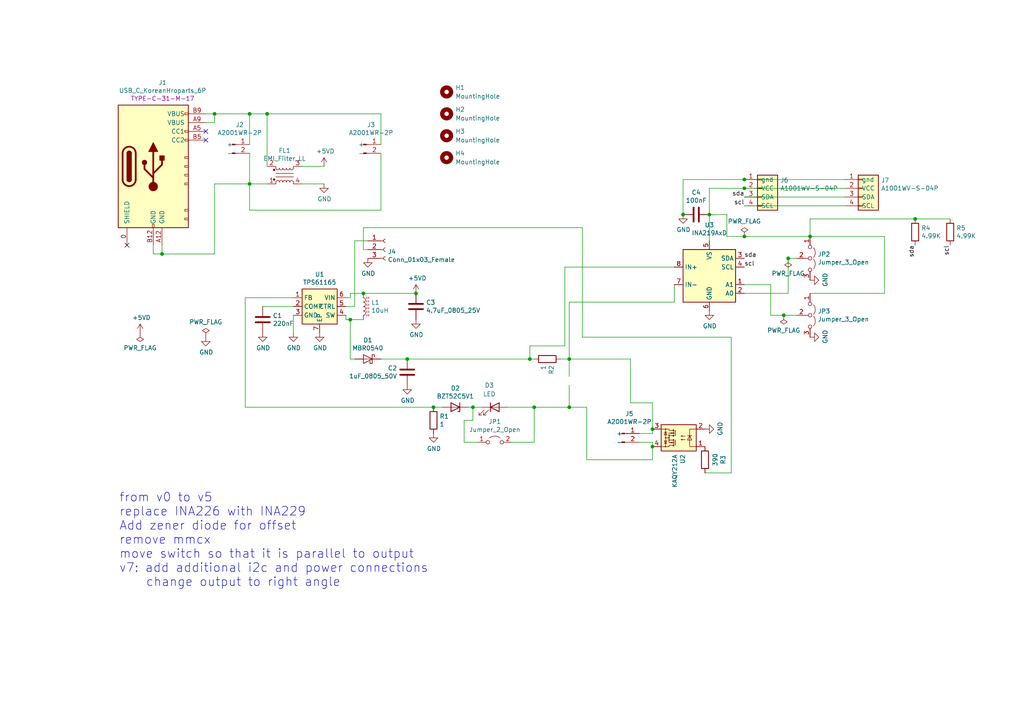
<source format=kicad_sch>
(kicad_sch (version 20211123) (generator eeschema)
  (paper "A4")
  (lib_symbols
    (symbol "0JLC-6:1" (pin_numbers hide) (pin_names (offset 0))
      (property "Reference" "R" (at 2.032 0 90))
      (property "Value" "1" (at 0 0 90))
      (symbol "1_0_1"
        (rectangle (start -1.016 -2.54) (end 1.016 2.54) (stroke (width 0.254)))
      )
      (symbol "1_1_1"
        (pin passive line (at 0 3.81 270) (length 1.27) (name "~") (number "1"))
        (pin passive line (at 0 -3.81 90) (length 1.27) (name "~") (number "2"))
      )
    )
    (symbol "0JLC-6:100nF" (pin_numbers hide) (pin_names (offset 0.254))
      (property "Reference" "C" (at 0.635 2.54 0))
      (property "Value" "100nF" (at 0.635 -2.54 0))
      (symbol "100nF_0_1"
        (polyline (pts (xy -2.032 -0.762) (xy 2.032 -0.762)) (stroke (width 0.508)))
        (polyline (pts (xy -2.032 0.762) (xy 2.032 0.762)) (stroke (width 0.508)))
      )
      (symbol "100nF_1_1"
        (pin passive line (at 0 3.81 270) (length 2.794) (name "~") (number "1"))
        (pin passive line (at 0 -3.81 90) (length 2.794) (name "~") (number "2"))
      )
    )
    (symbol "0JLC-6:10uH_power" (pin_numbers hide) (pin_names (offset 1.016) hide)
      (property "Reference" "L" (at -1.27 0 90))
      (property "Value" "10uH_power" (at 2.794 0 90))
      (symbol "10uH_power_0_1"
        (arc (start 0 -2.54) (mid 0.635 -1.905) (end 0 -1.27))
        (arc (start 0 -1.27) (mid 0.635 -0.635) (end 0 0))
        (polyline (pts (xy 1.016 -2.794) (xy 1.016 -2.286)))
        (polyline (pts (xy 1.016 -1.778) (xy 1.016 -1.27)))
        (polyline (pts (xy 1.016 -0.762) (xy 1.016 -0.254)))
        (polyline (pts (xy 1.016 0.254) (xy 1.016 0.762)))
        (polyline (pts (xy 1.016 1.27) (xy 1.016 1.778)))
        (polyline (pts (xy 1.016 2.286) (xy 1.016 2.794)))
        (polyline (pts (xy 1.524 -2.286) (xy 1.524 -2.794)))
        (polyline (pts (xy 1.524 -1.27) (xy 1.524 -1.778)))
        (polyline (pts (xy 1.524 -0.254) (xy 1.524 -0.762)))
        (polyline (pts (xy 1.524 0.762) (xy 1.524 0.254)))
        (polyline (pts (xy 1.524 1.778) (xy 1.524 1.27)))
        (polyline (pts (xy 1.524 2.794) (xy 1.524 2.286)))
        (arc (start 0 0) (mid 0.635 0.635) (end 0 1.27))
        (arc (start 0 1.27) (mid 0.635 1.905) (end 0 2.54))
      )
      (symbol "10uH_power_1_1"
        (pin passive line (at 0 3.81 270) (length 1.27) (name "1") (number "1"))
        (pin passive line (at 0 -3.81 90) (length 1.27) (name "2") (number "2"))
      )
    )
    (symbol "0JLC-6:1uF_0805_50V" (pin_numbers hide) (pin_names (offset 0.254))
      (property "Reference" "C" (at 0.635 2.54 0))
      (property "Value" "1uF_0805_50V" (at 0.635 -2.54 0))
      (symbol "1uF_0805_50V_0_1"
        (polyline (pts (xy -2.032 -0.762) (xy 2.032 -0.762)) (stroke (width 0.508)))
        (polyline (pts (xy -2.032 0.762) (xy 2.032 0.762)) (stroke (width 0.508)))
      )
      (symbol "1uF_0805_50V_1_1"
        (pin passive line (at 0 3.81 270) (length 2.794) (name "~") (number "1"))
        (pin passive line (at 0 -3.81 90) (length 2.794) (name "~") (number "2"))
      )
    )
    (symbol "0JLC-6:220nF" (pin_numbers hide) (pin_names (offset 0.254))
      (property "Reference" "C" (at 0.635 2.54 0))
      (property "Value" "220nF" (at 0.635 -2.54 0))
      (symbol "220nF_0_1"
        (polyline (pts (xy -2.032 -0.762) (xy 2.032 -0.762)) (stroke (width 0.508)))
        (polyline (pts (xy -2.032 0.762) (xy 2.032 0.762)) (stroke (width 0.508)))
      )
      (symbol "220nF_1_1"
        (pin passive line (at 0 3.81 270) (length 2.794) (name "~") (number "1"))
        (pin passive line (at 0 -3.81 90) (length 2.794) (name "~") (number "2"))
      )
    )
    (symbol "0JLC-6:390" (pin_numbers hide) (pin_names (offset 0))
      (property "Reference" "R" (at 2.032 0 90))
      (property "Value" "390" (at 0 0 90))
      (symbol "390_0_1"
        (rectangle (start -1.016 -2.54) (end 1.016 2.54) (stroke (width 0.254)))
      )
      (symbol "390_1_1"
        (pin passive line (at 0 3.81 270) (length 1.27) (name "~") (number "1"))
        (pin passive line (at 0 -3.81 90) (length 1.27) (name "~") (number "2"))
      )
    )
    (symbol "0JLC-6:4.7uF_0805_25V" (pin_numbers hide) (pin_names (offset 0.254))
      (property "Reference" "C" (at 0.635 2.54 0))
      (property "Value" "4.7uF_0805_25V" (at 0.635 -2.54 0))
      (symbol "4.7uF_0805_25V_0_1"
        (polyline (pts (xy -2.032 -0.762) (xy 2.032 -0.762)) (stroke (width 0.508)))
        (polyline (pts (xy -2.032 0.762) (xy 2.032 0.762)) (stroke (width 0.508)))
      )
      (symbol "4.7uF_0805_25V_1_1"
        (pin passive line (at 0 3.81 270) (length 2.794) (name "~") (number "1"))
        (pin passive line (at 0 -3.81 90) (length 2.794) (name "~") (number "2"))
      )
    )
    (symbol "0JLC-6:4.99K" (pin_numbers hide) (pin_names (offset 0))
      (property "Reference" "R" (at 2.032 0 90))
      (property "Value" "4.99K" (at 0 0 90))
      (symbol "4.99K_0_1"
        (rectangle (start -1.016 -2.54) (end 1.016 2.54) (stroke (width 0.254)))
      )
      (symbol "4.99K_1_1"
        (pin passive line (at 0 3.81 270) (length 1.27) (name "~") (number "1"))
        (pin passive line (at 0 -3.81 90) (length 1.27) (name "~") (number "2"))
      )
    )
    (symbol "0JLC-6:JST-B2B-PH" (pin_names (offset 1.016))
      (property "Reference" "J" (at 0 2.54 0))
      (property "Value" "JST-B2B-PH" (at 0 -5.08 0))
      (symbol "JST-B2B-PH_1_1"
        (polyline (pts (xy 1.27 -2.54) (xy 0.8636 -2.54)) (stroke (width 0.1524)))
        (polyline (pts (xy 1.27 0) (xy 0.8636 0)) (stroke (width 0.1524)))
        (rectangle (start 0.8636 -2.413) (end 0 -2.667) (stroke (width 0.1524)) (fill (type outline)))
        (rectangle (start 0.8636 0.127) (end 0 -0.127) (stroke (width 0.1524)) (fill (type outline)))
        (pin passive line (at 5.08 0 180) (length 3.81) (name "+") (number "1"))
        (pin passive line (at 5.08 -2.54 180) (length 3.81) (name "-") (number "2"))
      )
    )
    (symbol "0JLC-6:KAQY212A"
      (property "Reference" "U" (at -5.08 5.08 0))
      (property "Value" "KAQY212A" (at 0 5.08 0))
      (symbol "KAQY212A_0_1"
        (rectangle (start -5.08 3.81) (end 5.08 -3.81) (stroke (width 0.254)) (fill (type background)))
        (polyline (pts (xy -3.81 -0.635) (xy -2.54 -0.635)))
        (polyline (pts (xy 1.016 -0.635) (xy 1.016 -2.159)) (stroke (width 0.2032)))
        (polyline (pts (xy 1.016 2.159) (xy 1.016 0.635)) (stroke (width 0.2032)))
        (polyline (pts (xy 1.524 -0.508) (xy 1.524 -0.762)) (stroke (width 0.3556)))
        (polyline (pts (xy 2.794 0) (xy 3.81 0)))
        (polyline (pts (xy 3.429 -1.651) (xy 4.191 -1.651)))
        (polyline (pts (xy 3.429 1.651) (xy 4.191 1.651)))
        (polyline (pts (xy 3.81 -2.54) (xy 3.81 2.54)))
        (polyline (pts (xy 1.524 -2.032) (xy 1.524 -2.286) (xy 1.524 -2.286)) (stroke (width 0.3556)))
        (polyline (pts (xy 1.524 -1.27) (xy 1.524 -1.524) (xy 1.524 -1.524)) (stroke (width 0.3556)))
        (polyline (pts (xy 1.524 0.762) (xy 1.524 0.508) (xy 1.524 0.508)) (stroke (width 0.3556)))
        (polyline (pts (xy 1.524 1.524) (xy 1.524 1.27) (xy 1.524 1.27)) (stroke (width 0.3556)))
        (polyline (pts (xy 1.524 2.286) (xy 1.524 2.032) (xy 1.524 2.032)) (stroke (width 0.3556)))
        (polyline (pts (xy 1.651 -1.397) (xy 2.794 -1.397) (xy 2.794 -0.635)))
        (polyline (pts (xy 1.651 1.397) (xy 2.794 1.397) (xy 2.794 0.635)))
        (polyline (pts (xy -5.08 2.54) (xy -3.175 2.54) (xy -3.175 -2.54) (xy -5.08 -2.54)))
        (polyline (pts (xy -3.175 -0.635) (xy -3.81 0.635) (xy -2.54 0.635) (xy -3.175 -0.635)))
        (polyline (pts (xy 1.651 -2.159) (xy 2.794 -2.159) (xy 2.794 -2.54) (xy 5.08 -2.54)))
        (polyline (pts (xy 1.651 -0.635) (xy 2.794 -0.635) (xy 2.794 0.635) (xy 1.651 0.635)))
        (polyline (pts (xy 1.651 2.159) (xy 2.794 2.159) (xy 2.794 2.54) (xy 5.08 2.54)))
        (polyline (pts (xy 1.778 -1.397) (xy 2.286 -1.27) (xy 2.286 -1.524) (xy 1.778 -1.397)))
        (polyline (pts (xy 1.778 1.397) (xy 2.286 1.524) (xy 2.286 1.27) (xy 1.778 1.397)))
        (polyline (pts (xy 3.81 -1.651) (xy 3.429 -0.889) (xy 4.191 -0.889) (xy 3.81 -1.651)))
        (polyline (pts (xy 3.81 1.651) (xy 3.429 0.889) (xy 4.191 0.889) (xy 3.81 1.651)))
        (polyline (pts (xy -1.905 -0.508) (xy -0.635 -0.508) (xy -1.016 -0.635) (xy -1.016 -0.381) (xy -0.635 -0.508)))
        (polyline (pts (xy -1.905 0.508) (xy -0.635 0.508) (xy -1.016 0.381) (xy -1.016 0.635) (xy -0.635 0.508)))
        (circle (center 2.794 -0.635) (radius 0.127))
        (circle (center 2.794 0) (radius 0.127))
        (circle (center 2.794 0.635) (radius 0.127))
        (circle (center 3.81 -2.54) (radius 0.127))
        (circle (center 3.81 0) (radius 0.127))
        (circle (center 3.81 2.54) (radius 0.127))
      )
      (symbol "KAQY212A_1_1"
        (pin passive line (at -7.62 2.54 0) (length 2.54) (name "~") (number "1"))
        (pin passive line (at -7.62 -2.54 0) (length 2.54) (name "~") (number "2"))
        (pin passive line (at 7.62 -2.54 180) (length 2.54) (name "~") (number "3"))
        (pin passive line (at 7.62 2.54 180) (length 2.54) (name "~") (number "4"))
      )
    )
    (symbol "0JLC-6:MBR0540" (pin_numbers hide) (pin_names (offset 1.016) hide)
      (property "Reference" "D" (at 0 2.54 0))
      (property "Value" "MBR0540" (at 0 -2.54 0))
      (symbol "MBR0540_0_1"
        (polyline (pts (xy 1.27 0) (xy -1.27 0)))
        (polyline (pts (xy 1.27 1.27) (xy 1.27 -1.27) (xy -1.27 0) (xy 1.27 1.27)) (stroke (width 0.2032)))
        (polyline (pts (xy -1.905 0.635) (xy -1.905 1.27) (xy -1.27 1.27) (xy -1.27 -1.27) (xy -0.635 -1.27) (xy -0.635 -0.635)) (stroke (width 0.2032)))
      )
      (symbol "MBR0540_1_1"
        (pin passive line (at -3.81 0 0) (length 2.54) (name "K") (number "1"))
        (pin passive line (at 3.81 0 180) (length 2.54) (name "A") (number "2"))
      )
    )
    (symbol "0JLC-6:TPS61165_WSON"
      (property "Reference" "U" (at -5.08 6.35 0))
      (property "Value" "TPS61165_WSON" (at 0 6.35 0))
      (symbol "TPS61165_WSON_0_1"
        (rectangle (start -5.08 5.08) (end 5.08 -5.08) (stroke (width 0.254)) (fill (type background)))
      )
      (symbol "TPS61165_WSON_1_1"
        (pin bidirectional line (at -7.62 2.54 0) (length 2.54) (name "FB") (number "1"))
        (pin passive line (at -7.62 0 0) (length 2.54) (name "COMP") (number "2"))
        (pin power_in line (at -7.62 -2.54 0) (length 2.54) (name "GND") (number "3"))
        (pin bidirectional line (at 7.62 -2.54 180) (length 2.54) (name "SW") (number "4"))
        (pin input line (at 7.62 0 180) (length 2.54) (name "CTRL") (number "5"))
        (pin input line (at 7.62 2.54 180) (length 2.54) (name "VIN") (number "6"))
        (pin power_in line (at 0 -7.62 90) (length 2.54) (name "EP") (number "7"))
      )
    )
    (symbol "0JLC-6:USB_C_KoreanHroparts_6P" (pin_names (offset 1.016))
      (property "Reference" "J" (at -10.16 19.05 0))
      (property "Value" "USB_C_KoreanHroparts_6P" (at 19.05 19.05 0))
      (property "MPN" "TYPE-C-31-M-17" (at 0 0 0))
      (symbol "USB_C_KoreanHroparts_6P_0_0"
        (rectangle (start -0.254 -17.78) (end 0.254 -16.764))
        (rectangle (start 10.16 -14.986) (end 9.144 -15.494))
        (rectangle (start 10.16 -12.446) (end 9.144 -12.954))
        (rectangle (start 10.16 -4.826) (end 9.144 -5.334))
        (rectangle (start 10.16 -2.286) (end 9.144 -2.794))
        (rectangle (start 10.16 0.254) (end 9.144 -0.254))
        (rectangle (start 10.16 2.794) (end 9.144 2.286))
        (rectangle (start 10.16 7.874) (end 9.144 7.366))
        (rectangle (start 10.16 10.414) (end 9.144 9.906))
        (rectangle (start 10.16 15.494) (end 9.144 14.986))
      )
      (symbol "USB_C_KoreanHroparts_6P_0_1"
        (rectangle (start -10.16 17.78) (end 10.16 -17.78) (stroke (width 0.254)) (fill (type background)))
        (arc (start -8.89 -3.81) (mid -6.985 -5.715) (end -5.08 -3.81) (stroke (width 0.508)))
        (arc (start -7.62 -3.81) (mid -6.985 -4.445) (end -6.35 -3.81) (stroke (width 0.254)))
        (arc (start -7.62 -3.81) (mid -6.985 -4.445) (end -6.35 -3.81) (stroke (width 0.254)) (fill (type outline)))
        (rectangle (start -7.62 -3.81) (end -6.35 3.81) (stroke (width 0.254)) (fill (type outline)))
        (arc (start -6.35 3.81) (mid -6.985 4.445) (end -7.62 3.81) (stroke (width 0.254)))
        (arc (start -6.35 3.81) (mid -6.985 4.445) (end -7.62 3.81) (stroke (width 0.254)) (fill (type outline)))
        (arc (start -5.08 3.81) (mid -6.985 5.715) (end -8.89 3.81) (stroke (width 0.508)))
        (circle (center -2.54 1.143) (radius 0.635) (stroke (width 0.254)) (fill (type outline)))
        (circle (center 0 -5.842) (radius 1.27) (fill (type outline)))
        (polyline (pts (xy -8.89 -3.81) (xy -8.89 3.81)) (stroke (width 0.508)))
        (polyline (pts (xy -5.08 3.81) (xy -5.08 -3.81)) (stroke (width 0.508)))
        (polyline (pts (xy 0 -5.842) (xy 0 4.318)) (stroke (width 0.508)))
        (polyline (pts (xy 0 -3.302) (xy -2.54 -0.762) (xy -2.54 0.508)) (stroke (width 0.508)))
        (polyline (pts (xy 0 -2.032) (xy 2.54 0.508) (xy 2.54 1.778)) (stroke (width 0.508)))
        (polyline (pts (xy -1.27 4.318) (xy 0 6.858) (xy 1.27 4.318) (xy -1.27 4.318)) (stroke (width 0.254)) (fill (type outline)))
        (rectangle (start 1.905 1.778) (end 3.175 3.048) (stroke (width 0.254)) (fill (type outline)))
      )
      (symbol "USB_C_KoreanHroparts_6P_1_1"
        (pin passive line (at -7.62 -22.86 90) (length 5.08) (name "SHIELD") (number "0"))
        (pin passive line (at 2.54 -22.86 90) (length 5.08) (name "GND") (number "A12"))
        (pin bidirectional line (at 15.24 10.16 180) (length 5.08) (name "CC1") (number "A5"))
        (pin power_out line (at 15.24 12.7 180) (length 5.08) (name "VBUS") (number "A9"))
        (pin passive line (at 0 -22.86 90) (length 5.08) (name "GND") (number "B12"))
        (pin bidirectional line (at 15.24 7.62 180) (length 5.08) (name "CC2") (number "B5"))
        (pin power_out line (at 15.24 15.24 180) (length 5.08) (name "VBUS") (number "B9"))
      )
    )
    (symbol "Analog_ADC:INA219AxD"
      (property "Reference" "U" (at -6.35 8.89 0))
      (property "Value" "INA219AxD" (at 5.08 8.89 0))
      (symbol "INA219AxD_0_1"
        (rectangle (start -7.62 7.62) (end 7.62 -7.62) (stroke (width 0.254)) (fill (type background)))
      )
      (symbol "INA219AxD_1_1"
        (pin input line (at 10.16 -2.54 180) (length 2.54) (name "A1") (number "1"))
        (pin input line (at 10.16 -5.08 180) (length 2.54) (name "A0") (number "2"))
        (pin bidirectional line (at 10.16 5.08 180) (length 2.54) (name "SDA") (number "3"))
        (pin input line (at 10.16 2.54 180) (length 2.54) (name "SCL") (number "4"))
        (pin power_in line (at 0 10.16 270) (length 2.54) (name "VS") (number "5"))
        (pin power_in line (at 0 -10.16 90) (length 2.54) (name "GND") (number "6"))
        (pin input line (at -10.16 -2.54 0) (length 2.54) (name "IN-") (number "7"))
        (pin input line (at -10.16 2.54 0) (length 2.54) (name "IN+") (number "8"))
      )
    )
    (symbol "Connector:Conn_01x03_Female" (pin_names (offset 1.016) hide)
      (property "Reference" "J" (at 0 5.08 0))
      (property "Value" "Conn_01x03_Female" (at 0 -5.08 0))
      (symbol "Conn_01x03_Female_1_1"
        (arc (start 0 -2.032) (mid -0.508 -2.54) (end 0 -3.048) (stroke (width 0.1524)))
        (polyline (pts (xy -1.27 -2.54) (xy -0.508 -2.54)) (stroke (width 0.1524)))
        (polyline (pts (xy -1.27 0) (xy -0.508 0)) (stroke (width 0.1524)))
        (polyline (pts (xy -1.27 2.54) (xy -0.508 2.54)) (stroke (width 0.1524)))
        (arc (start 0 0.508) (mid -0.508 0) (end 0 -0.508) (stroke (width 0.1524)))
        (arc (start 0 3.048) (mid -0.508 2.54) (end 0 2.032) (stroke (width 0.1524)))
        (pin passive line (at -5.08 2.54 0) (length 3.81) (name "Pin_1") (number "1"))
        (pin passive line (at -5.08 0 0) (length 3.81) (name "Pin_2") (number "2"))
        (pin passive line (at -5.08 -2.54 0) (length 3.81) (name "Pin_3") (number "3"))
      )
    )
    (symbol "Device:LED" (pin_numbers hide) (pin_names (offset 1.016) hide)
      (property "Reference" "D" (at 0 2.54 0))
      (property "Value" "LED" (at 0 -2.54 0))
      (symbol "LED_0_1"
        (polyline (pts (xy -1.27 -1.27) (xy -1.27 1.27)) (stroke (width 0.254)))
        (polyline (pts (xy -1.27 0) (xy 1.27 0)))
        (polyline (pts (xy 1.27 -1.27) (xy 1.27 1.27) (xy -1.27 0) (xy 1.27 -1.27)) (stroke (width 0.254)))
        (polyline (pts (xy -3.048 -0.762) (xy -4.572 -2.286) (xy -3.81 -2.286) (xy -4.572 -2.286) (xy -4.572 -1.524)))
        (polyline (pts (xy -1.778 -0.762) (xy -3.302 -2.286) (xy -2.54 -2.286) (xy -3.302 -2.286) (xy -3.302 -1.524)))
      )
      (symbol "LED_1_1"
        (pin passive line (at -3.81 0 0) (length 2.54) (name "K") (number "1"))
        (pin passive line (at 3.81 0 180) (length 2.54) (name "A") (number "2"))
      )
    )
    (symbol "Diode:BZT52Bxx" (pin_numbers hide) (pin_names hide)
      (property "Reference" "D" (at 0 2.54 0))
      (property "Value" "BZT52Bxx" (at 0 -2.54 0))
      (symbol "BZT52Bxx_0_1"
        (polyline (pts (xy 1.27 0) (xy -1.27 0)))
        (polyline (pts (xy -1.27 -1.27) (xy -1.27 1.27) (xy -0.762 1.27)) (stroke (width 0.254)))
        (polyline (pts (xy 1.27 -1.27) (xy 1.27 1.27) (xy -1.27 0) (xy 1.27 -1.27)) (stroke (width 0.254)))
      )
      (symbol "BZT52Bxx_1_1"
        (pin passive line (at -3.81 0 0) (length 2.54) (name "K") (number "1"))
        (pin passive line (at 3.81 0 180) (length 2.54) (name "A") (number "2"))
      )
    )
    (symbol "Jumper:Jumper_2_Open" (pin_names (offset 0) hide)
      (property "Reference" "JP" (at 0 2.794 0))
      (property "Value" "Jumper_2_Open" (at 0 -2.286 0))
      (symbol "Jumper_2_Open_0_0"
        (circle (center -2.032 0) (radius 0.508))
        (circle (center 2.032 0) (radius 0.508))
      )
      (symbol "Jumper_2_Open_0_1"
        (arc (start 1.524 1.27) (mid 0 1.778) (end -1.524 1.27))
      )
      (symbol "Jumper_2_Open_1_1"
        (pin passive line (at -5.08 0 0) (length 2.54) (name "A") (number "1"))
        (pin passive line (at 5.08 0 180) (length 2.54) (name "B") (number "2"))
      )
    )
    (symbol "Mechanical:MountingHole" (pin_names (offset 1.016))
      (property "Reference" "H" (at 0 5.08 0))
      (property "Value" "MountingHole" (at 0 3.175 0))
      (symbol "MountingHole_0_1"
        (circle (center 0 0) (radius 1.27) (stroke (width 1.27)))
      )
    )
    (symbol "TPS61165-heater-v6-rescue:EMI_Filter_LL_1423-Device" (pin_names hide)
      (property "Reference" "FL" (at 0 4.445 0))
      (property "Value" "EMI_Filter_LL_1423-Device" (at 0 -4.445 0))
      (symbol "EMI_Filter_LL_1423-Device_0_1"
        (circle (center -3.048 -1.27) (radius 0.254) (fill (type outline)))
        (circle (center -3.048 1.524) (radius 0.254) (fill (type outline)))
        (arc (start -2.54 2.032) (mid -2.032 1.524) (end -1.524 2.032))
        (arc (start -1.524 -2.032) (mid -2.032 -1.524) (end -2.54 -2.032))
        (arc (start -1.524 2.032) (mid -1.016 1.524) (end -0.508 2.032))
        (arc (start -0.508 -2.032) (mid -1.016 -1.524) (end -1.524 -2.032))
        (arc (start -0.508 2.032) (mid 0 1.524) (end 0.508 2.032))
        (polyline (pts (xy -2.54 -2.032) (xy -2.54 -2.54)))
        (polyline (pts (xy -2.54 0.508) (xy 2.54 0.508)))
        (polyline (pts (xy -2.54 2.032) (xy -2.54 2.54)))
        (polyline (pts (xy 2.54 -2.032) (xy 2.54 -2.54)))
        (polyline (pts (xy 2.54 -0.508) (xy -2.54 -0.508)))
        (polyline (pts (xy 2.54 2.54) (xy 2.54 2.032)))
        (arc (start 0.508 -2.032) (mid 0 -1.524) (end -0.508 -2.032))
        (arc (start 0.508 2.032) (mid 1.016 1.524) (end 1.524 2.032))
        (arc (start 1.524 -2.032) (mid 1.016 -1.524) (end 0.508 -2.032))
        (arc (start 1.524 2.032) (mid 2.032 1.524) (end 2.54 2.032))
        (arc (start 2.54 -2.032) (mid 2.032 -1.524) (end 1.524 -2.032))
      )
      (symbol "EMI_Filter_LL_1423-Device_1_1"
        (pin passive line (at -5.08 -2.54 0) (length 2.54) (name "1") (number "1"))
        (pin passive line (at -5.08 2.54 0) (length 2.54) (name "2") (number "2"))
        (pin passive line (at 5.08 2.54 180) (length 2.54) (name "3") (number "3"))
        (pin passive line (at 5.08 -2.54 180) (length 2.54) (name "4") (number "4"))
      )
    )
    (symbol "TPS61165-heater-v6-rescue:JST_SH_Conn_01x04_i2c-0my_intf" (pin_names (offset 1.016))
      (property "Reference" "J" (at 0 5.08 0))
      (property "Value" "JST_SH_Conn_01x04_i2c-0my_intf" (at 0 -7.62 0))
      (property "LCSC" "C160390" (at 0 0 0))
      (property "MPN" "BM04B-SRSS-TB(LF)(SN)" (at 0 0 0))
      (symbol "JST_SH_Conn_01x04_i2c-0my_intf_1_1"
        (rectangle (start -1.27 -4.953) (end 0 -5.207) (stroke (width 0.1524)))
        (rectangle (start -1.27 -2.413) (end 0 -2.667) (stroke (width 0.1524)))
        (rectangle (start -1.27 0.127) (end 0 -0.127) (stroke (width 0.1524)))
        (rectangle (start -1.27 2.667) (end 0 2.413) (stroke (width 0.1524)))
        (rectangle (start -1.27 3.81) (end 4.572 -6.35) (stroke (width 0.254)) (fill (type background)))
        (pin passive line (at -5.08 2.54 0) (length 3.81) (name "gnd") (number "1"))
        (pin passive line (at -5.08 0 0) (length 3.81) (name "VCC") (number "2"))
        (pin passive line (at -5.08 -2.54 0) (length 3.81) (name "SDA") (number "3"))
        (pin passive line (at -5.08 -5.08 0) (length 3.81) (name "SCL") (number "4"))
      )
    )
    (symbol "TPS61165-heater-v6-rescue:Jumper_3_Open-Jumper" (pin_names (offset 0) hide)
      (property "Reference" "JP" (at -2.54 -2.54 0))
      (property "Value" "Jumper_3_Open-Jumper" (at 0 2.794 0))
      (symbol "Jumper_3_Open-Jumper_0_0"
        (circle (center -3.302 0) (radius 0.508))
        (circle (center 0 0) (radius 0.508))
        (circle (center 3.302 0) (radius 0.508))
      )
      (symbol "Jumper_3_Open-Jumper_0_1"
        (arc (start -0.254 1.016) (mid -1.651 1.4992) (end -3.048 1.016))
        (polyline (pts (xy 0 -0.508) (xy 0 -1.27)))
        (arc (start 3.048 1.016) (mid 1.651 1.4992) (end 0.254 1.016))
      )
      (symbol "Jumper_3_Open-Jumper_1_1"
        (pin passive line (at -6.35 0 0) (length 2.54) (name "A") (number "1"))
        (pin input line (at 0 -3.81 90) (length 2.54) (name "C") (number "2"))
        (pin passive line (at 6.35 0 180) (length 2.54) (name "B") (number "3"))
      )
    )
    (symbol "power:+5VD" (power) (pin_names (offset 0))
      (property "Value" "+5VD" (at 0 3.556 0))
      (symbol "+5VD_0_1"
        (polyline (pts (xy -0.762 1.27) (xy 0 2.54)))
        (polyline (pts (xy 0 0) (xy 0 2.54)))
        (polyline (pts (xy 0 2.54) (xy 0.762 1.27)))
      )
      (symbol "+5VD_1_1"
        (pin power_in line (at 0 0 90) (length 0) hide (name "+5VD") (number "1"))
      )
    )
    (symbol "power:GND" (power) (pin_names (offset 0))
      (property "Value" "GND" (at 0 -3.81 0))
      (symbol "GND_0_1"
        (polyline (pts (xy 0 0) (xy 0 -1.27) (xy 1.27 -1.27) (xy 0 -2.54) (xy -1.27 -1.27) (xy 0 -1.27)))
      )
      (symbol "GND_1_1"
        (pin power_in line (at 0 0 270) (length 0) hide (name "GND") (number "1"))
      )
    )
    (symbol "power:PWR_FLAG" (power) (pin_numbers hide) (pin_names (offset 0) hide)
      (property "Value" "PWR_FLAG" (at 0 3.81 0))
      (symbol "PWR_FLAG_0_0"
        (pin power_out line (at 0 0 90) (length 0) (name "pwr") (number "1"))
      )
      (symbol "PWR_FLAG_0_1"
        (polyline (pts (xy 0 0) (xy 0 1.27) (xy -1.016 1.905) (xy 0 2.54) (xy 1.016 1.905) (xy 0 1.27)))
      )
    )
  )
  (junction (at 72.39 33.02))
  (junction (at 215.9 68.58))
  (junction (at 165.1 118.11))
  (junction (at 137.16 118.11))
  (junction (at 165.1 104.14))
  (junction (at 234.95 68.58))
  (junction (at 154.94 118.11))
  (junction (at 105.41 85.09))
  (junction (at 72.39 53.34))
  (junction (at 189.23 129.54))
  (junction (at 228.6 74.93))
  (junction (at 215.9 54.61))
  (junction (at 227.33 91.44))
  (junction (at 101.6 92.71))
  (junction (at 77.47 33.02))
  (junction (at 62.23 33.02))
  (junction (at 205.74 62.23))
  (junction (at 120.65 85.09))
  (junction (at 198.12 62.23))
  (junction (at 189.23 124.46))
  (junction (at 46.99 73.66))
  (junction (at 215.9 52.07))
  (junction (at 118.11 104.14))
  (junction (at 125.73 118.11))
  (junction (at 153.67 104.14))
  (junction (at 265.43 63.5))
  (no_connect (at 59.69 38.1))
  (no_connect (at 36.83 71.12))
  (no_connect (at 59.69 40.64))
  (wire (pts (xy 223.52 91.44) (xy 223.52 82.55)))
  (wire (pts (xy 125.73 118.11) (xy 128.27 118.11)))
  (wire (pts (xy 170.18 118.11) (xy 165.1 118.11)))
  (wire (pts (xy 182.88 116.84) (xy 182.88 104.14)))
  (wire (pts (xy 105.41 72.39) (xy 105.41 66.04)))
  (wire (pts (xy 162.56 104.14) (xy 165.1 104.14)))
  (wire (pts (xy 223.52 82.55) (xy 215.9 82.55)))
  (wire (pts (xy 165.1 111.76) (xy 165.1 118.11)))
  (wire (pts (xy 72.39 33.02) (xy 77.47 33.02)))
  (wire (pts (xy 100.33 91.44) (xy 100.33 92.71)))
  (wire (pts (xy 72.39 60.96) (xy 72.39 53.34)))
  (wire (pts (xy 110.49 44.45) (xy 110.49 60.96)))
  (wire (pts (xy 102.87 69.85) (xy 102.87 88.9)))
  (wire (pts (xy 101.6 86.36) (xy 101.6 85.09)))
  (wire (pts (xy 85.09 86.36) (xy 71.12 86.36)))
  (wire (pts (xy 215.9 54.61) (xy 245.11 54.61)))
  (wire (pts (xy 87.63 48.26) (xy 93.98 48.26)))
  (wire (pts (xy 215.9 59.69) (xy 245.11 59.69)))
  (wire (pts (xy 118.11 104.14) (xy 153.67 104.14)))
  (wire (pts (xy 77.47 33.02) (xy 77.47 48.26)))
  (wire (pts (xy 165.1 87.63) (xy 195.58 87.63)))
  (wire (pts (xy 154.94 128.27) (xy 154.94 118.11)))
  (wire (pts (xy 148.59 128.27) (xy 154.94 128.27)))
  (wire (pts (xy 100.33 86.36) (xy 101.6 86.36)))
  (wire (pts (xy 46.99 73.66) (xy 62.23 73.66)))
  (wire (pts (xy 165.1 109.22) (xy 165.1 104.14)))
  (wire (pts (xy 137.16 121.92) (xy 137.16 118.11)))
  (wire (pts (xy 135.89 118.11) (xy 137.16 118.11)))
  (wire (pts (xy 118.11 104.14) (xy 110.49 104.14)))
  (wire (pts (xy 62.23 33.02) (xy 72.39 33.02)))
  (wire (pts (xy 105.41 66.04) (xy 168.91 66.04)))
  (wire (pts (xy 168.91 97.79) (xy 168.91 66.04)))
  (wire (pts (xy 110.49 60.96) (xy 72.39 60.96)))
  (wire (pts (xy 110.49 33.02) (xy 77.47 33.02)))
  (wire (pts (xy 215.9 68.58) (xy 210.82 68.58)))
  (wire (pts (xy 62.23 35.56) (xy 62.23 33.02)))
  (wire (pts (xy 212.09 137.16) (xy 212.09 97.79)))
  (wire (pts (xy 198.12 52.07) (xy 215.9 52.07)))
  (wire (pts (xy 185.42 128.27) (xy 189.23 128.27)))
  (wire (pts (xy 215.9 52.07) (xy 245.11 52.07)))
  (wire (pts (xy 228.6 74.93) (xy 231.14 74.93)))
  (wire (pts (xy 215.9 54.61) (xy 205.74 54.61)))
  (wire (pts (xy 153.67 104.14) (xy 154.94 104.14)))
  (wire (pts (xy 189.23 128.27) (xy 189.23 129.54)))
  (wire (pts (xy 102.87 69.85) (xy 106.68 69.85)))
  (wire (pts (xy 154.94 118.11) (xy 165.1 118.11)))
  (wire (pts (xy 153.67 100.33) (xy 163.83 100.33)))
  (wire (pts (xy 228.6 85.09) (xy 215.9 85.09)))
  (wire (pts (xy 198.12 52.07) (xy 198.12 62.23)))
  (wire (pts (xy 71.12 118.11) (xy 125.73 118.11)))
  (wire (pts (xy 205.74 54.61) (xy 205.74 62.23)))
  (wire (pts (xy 87.63 53.34) (xy 93.98 53.34)))
  (wire (pts (xy 189.23 129.54) (xy 189.23 133.35)))
  (wire (pts (xy 138.43 128.27) (xy 134.62 128.27)))
  (wire (pts (xy 165.1 104.14) (xy 165.1 87.63)))
  (wire (pts (xy 234.95 68.58) (xy 215.9 68.58)))
  (wire (pts (xy 106.68 72.39) (xy 105.41 72.39)))
  (wire (pts (xy 44.45 73.66) (xy 46.99 73.66)))
  (wire (pts (xy 227.33 91.44) (xy 223.52 91.44)))
  (wire (pts (xy 170.18 133.35) (xy 170.18 118.11)))
  (wire (pts (xy 195.58 77.47) (xy 163.83 77.47)))
  (wire (pts (xy 101.6 92.71) (xy 105.41 92.71)))
  (wire (pts (xy 85.09 91.44) (xy 85.09 96.52)))
  (wire (pts (xy 163.83 77.47) (xy 163.83 100.33)))
  (wire (pts (xy 62.23 53.34) (xy 72.39 53.34)))
  (wire (pts (xy 210.82 62.23) (xy 205.74 62.23)))
  (wire (pts (xy 185.42 125.73) (xy 189.23 125.73)))
  (wire (pts (xy 189.23 133.35) (xy 170.18 133.35)))
  (wire (pts (xy 227.33 91.44) (xy 231.14 91.44)))
  (wire (pts (xy 265.43 63.5) (xy 234.95 63.5)))
  (wire (pts (xy 72.39 41.91) (xy 72.39 33.02)))
  (wire (pts (xy 101.6 104.14) (xy 102.87 104.14)))
  (wire (pts (xy 275.59 63.5) (xy 265.43 63.5)))
  (wire (pts (xy 189.23 125.73) (xy 189.23 124.46)))
  (wire (pts (xy 228.6 74.93) (xy 228.6 85.09)))
  (wire (pts (xy 153.67 104.14) (xy 153.67 100.33)))
  (wire (pts (xy 165.1 104.14) (xy 182.88 104.14)))
  (wire (pts (xy 101.6 92.71) (xy 101.6 104.14)))
  (wire (pts (xy 189.23 116.84) (xy 182.88 116.84)))
  (wire (pts (xy 134.62 128.27) (xy 134.62 121.92)))
  (wire (pts (xy 204.47 137.16) (xy 212.09 137.16)))
  (wire (pts (xy 85.09 88.9) (xy 76.2 88.9)))
  (wire (pts (xy 120.65 85.09) (xy 105.41 85.09)))
  (wire (pts (xy 210.82 68.58) (xy 210.82 62.23)))
  (wire (pts (xy 147.32 118.11) (xy 154.94 118.11)))
  (wire (pts (xy 101.6 85.09) (xy 105.41 85.09)))
  (wire (pts (xy 71.12 86.36) (xy 71.12 118.11)))
  (wire (pts (xy 137.16 118.11) (xy 139.7 118.11)))
  (wire (pts (xy 189.23 124.46) (xy 189.23 116.84)))
  (wire (pts (xy 59.69 35.56) (xy 62.23 35.56)))
  (wire (pts (xy 205.74 62.23) (xy 205.74 69.85)))
  (wire (pts (xy 256.54 85.09) (xy 256.54 68.58)))
  (wire (pts (xy 62.23 73.66) (xy 62.23 53.34)))
  (wire (pts (xy 72.39 44.45) (xy 72.39 53.34)))
  (wire (pts (xy 72.39 53.34) (xy 77.47 53.34)))
  (wire (pts (xy 234.95 63.5) (xy 234.95 68.58)))
  (wire (pts (xy 215.9 57.15) (xy 245.11 57.15)))
  (wire (pts (xy 59.69 33.02) (xy 62.23 33.02)))
  (wire (pts (xy 110.49 41.91) (xy 110.49 33.02)))
  (wire (pts (xy 256.54 68.58) (xy 234.95 68.58)))
  (wire (pts (xy 100.33 92.71) (xy 101.6 92.71)))
  (wire (pts (xy 134.62 121.92) (xy 137.16 121.92)))
  (wire (pts (xy 234.95 85.09) (xy 256.54 85.09)))
  (wire (pts (xy 46.99 73.66) (xy 46.99 71.12)))
  (wire (pts (xy 44.45 71.12) (xy 44.45 73.66)))
  (wire (pts (xy 195.58 87.63) (xy 195.58 82.55)))
  (wire (pts (xy 100.33 88.9) (xy 102.87 88.9)))
  (wire (pts (xy 212.09 97.79) (xy 168.91 97.79)))
  (text "from v0 to v5\nreplace INA226 with INA229\nAdd zener diode for offset\nremove mmcx\nmove switch so that it is parallel to output\nv7: add additional i2c and power connections\n    change output to right angle\n\n" (at 34.544 174.498 0) (effects (font (size 2.54 2.54)) (justify left bottom)))
  (label "scl" (at 215.9 77.47 0))
  (label "scl" (at 275.59 71.12 270))
  (label "sda" (at 215.9 57.15 180))
  (label "sda" (at 215.9 74.93 0))
  (label "scl" (at 215.9 59.69 180))
  (label "sda" (at 265.43 71.12 270))
  (symbol (lib_id "0JLC-6:TPS61165_WSON") (at 92.71 88.9 0) (unit 1)
    (property "Reference" "U1" (at 92.71 79.5782 0))
    (property "Value" "TPS61165" (at 92.71 81.8896 0))
    (property "Footprint" "Package_SON:WSON-6-1EP_2x2mm_P0.65mm_EP1x1.6mm" (effects hide))
    (property "Datasheet" "http://www.ti.com/lit/ds/symlink/tps61040.pdf" (effects hide))
    (property "LCSC" "C122568" (effects hide))
    (property "MPN" "TPS61165DRVR" (effects hide))
  )
  (symbol (lib_id "0JLC-6:10uH_power") (at 105.41 88.9 0) (unit 1)
    (property "Reference" "L1" (at 107.6452 87.7316 0) (effects (justify left)))
    (property "Value" "10uH" (at 107.6452 90.043 0) (effects (justify left)))
    (property "Footprint" "0my_footprints:IND-SMD_L4.7-W4.7" (effects hide))
    (property "LCSC" "C89448" (effects hide))
    (property "MPN" "VLCF5020T-100M1R1-1" (effects hide))
    (property "ALT" "C89448, VLCF5020T-100M1R1-1" (effects hide))
    (property "ORIG" "CDRH4D22HPNP-100MC: C212280" (effects hide))
  )
  (symbol (lib_id "0JLC-6:MBR0540") (at 106.68 104.14 0) (mirror y) (unit 1)
    (property "Reference" "D1" (at 106.68 98.6536 0))
    (property "Value" "MBR0540" (at 106.68 100.965 0))
    (property "Footprint" "Diode_SMD:D_SOD-123" (effects hide))
    (property "Datasheet" "www.st.com/resource/en/datasheet/bat48.pdf" (effects hide))
    (property "LCSC" "C21353" (effects hide))
    (property "MPN" "MBR0540T1G" (effects hide))
  )
  (symbol (lib_id "0JLC-6:1uF_0805_50V") (at 118.11 107.95 0) (mirror y) (unit 1)
    (property "Reference" "C2" (at 115.189 106.7816 0) (effects (justify left)))
    (property "Value" "1uF_0805_50V" (at 115.189 109.093 0) (effects (justify left)))
    (property "Footprint" "Capacitor_SMD:C_0805_2012Metric_Pad1.15x1.40mm_HandSolder" (effects hide))
    (property "LCSC" "C28323" (effects hide))
    (property "MPN" "CL21B105KBFNNNE" (effects hide))
  )
  (symbol (lib_id "0JLC-6:4.7uF_0805_25V") (at 120.65 88.9 0) (unit 1)
    (property "Reference" "C3" (at 123.571 87.7316 0) (effects (justify left)))
    (property "Value" "4.7uF_0805_25V" (at 123.571 90.043 0) (effects (justify left)))
    (property "Footprint" "Capacitor_SMD:C_0805_2012Metric_Pad1.15x1.40mm_HandSolder" (effects hide))
    (property "LCSC" "C354262" (effects hide))
    (property "MPN" "CC0805KKX7R8BB475" (effects hide))
  )
  (symbol (lib_id "0JLC-6:220nF") (at 76.2 92.71 0) (unit 1)
    (property "Reference" "C1" (at 79.121 91.5416 0) (effects (justify left)))
    (property "Value" "220nF" (at 79.121 93.853 0) (effects (justify left)))
    (property "Footprint" "Capacitor_SMD:C_0603_1608Metric_Pad1.05x0.95mm_HandSolder" (effects hide))
    (property "LCSC" "C21120" (effects hide))
    (property "MPN" "CL10B224KA8NNNC" (effects hide))
  )
  (symbol (lib_id "power:GND") (at 59.69 97.79 0) (unit 1)
    (property "Reference" "#PWR02" (effects hide))
    (property "Value" "GND" (at 59.817 102.1842 0))
  )
  (symbol (lib_id "power:PWR_FLAG") (at 59.69 97.79 0) (unit 1)
    (property "Reference" "#FLG02" (effects hide))
    (property "Value" "PWR_FLAG" (at 59.69 93.3958 0))
  )
  (symbol (lib_id "power:+5VD") (at 40.64 96.52 0) (unit 1)
    (property "Reference" "#PWR01" (effects hide))
    (property "Value" "+5VD" (at 41.021 92.1258 0))
  )
  (symbol (lib_id "power:PWR_FLAG") (at 40.64 96.52 180) (unit 1)
    (property "Reference" "#FLG01" (effects hide))
    (property "Value" "PWR_FLAG" (at 40.64 100.9142 0))
  )
  (symbol (lib_id "power:+5VD") (at 120.65 85.09 0) (unit 1)
    (property "Reference" "#PWR010" (effects hide))
    (property "Value" "+5VD" (at 121.031 80.6958 0))
  )
  (symbol (lib_id "power:GND") (at 120.65 92.71 0) (unit 1)
    (property "Reference" "#PWR011" (effects hide))
    (property "Value" "GND" (at 120.777 97.1042 0))
  )
  (symbol (lib_id "power:GND") (at 76.2 96.52 0) (unit 1)
    (property "Reference" "#PWR03" (effects hide))
    (property "Value" "GND" (at 76.327 100.9142 0))
  )
  (symbol (lib_id "power:GND") (at 92.71 96.52 0) (unit 1)
    (property "Reference" "#PWR05" (effects hide))
    (property "Value" "GND" (at 92.837 100.9142 0))
  )
  (symbol (lib_id "power:GND") (at 85.09 96.52 0) (unit 1)
    (property "Reference" "#PWR04" (effects hide))
    (property "Value" "GND" (at 85.217 100.9142 0))
  )
  (symbol (lib_id "power:GND") (at 118.11 111.76 0) (unit 1)
    (property "Reference" "#PWR09" (effects hide))
    (property "Value" "GND" (at 118.237 116.1542 0))
  )
  (symbol (lib_id "0JLC-6:1") (at 125.73 121.92 0) (unit 1)
    (property "Reference" "R1" (at 127.508 120.7516 0) (effects (justify left)))
    (property "Value" "1" (at 127.508 123.063 0) (effects (justify left)))
    (property "Footprint" "Resistor_SMD:R_0603_1608Metric_Pad1.05x0.95mm_HandSolder" (effects hide))
    (property "LCSC" "C22936" (effects hide))
    (property "MPN" "0603WAF100KT5E" (effects hide))
  )
  (symbol (lib_id "power:GND") (at 125.73 125.73 0) (unit 1)
    (property "Reference" "#PWR012" (effects hide))
    (property "Value" "GND" (at 125.857 130.1242 0))
  )
  (symbol (lib_id "0JLC-6:USB_C_KoreanHroparts_6P") (at 44.45 48.26 0) (unit 1)
    (property "Reference" "J1" (at 47.1678 23.9522 0))
    (property "Value" "USB_C_KoreanHroparts_6P" (at 47.1678 26.2636 0))
    (property "Footprint" "0my_footprints:USB-C-KoreanHroparts" (effects hide))
    (property "LCSC" "C283540" (effects hide))
    (property "MPN" "TYPE-C-31-M-17" (at 47.1678 28.575 0))
  )
  (symbol (lib_id "TPS61165-heater-v6-rescue:EMI_Filter_LL_1423-Device") (at 82.55 50.8 0) (unit 1)
    (property "Reference" "FL1" (at 82.55 43.6626 0))
    (property "Value" "EMI_Filter_LL" (at 82.55 45.974 0))
    (property "Footprint" "0my_footprints6:LL_FILTER-SMD_4P-L9.2-W6.0-TL" (effects hide))
    (property "Datasheet" "http://www.murata.com/~/media/webrenewal/support/library/catalog/products/emc/emifil/c30e.ashx?la=en-gb" (effects hide))
    (property "LCSC" "C261397" (effects hide))
    (property "MPN" "CYSCM0905RTL-501" (effects hide))
  )
  (symbol (lib_id "power:+5VD") (at 93.98 48.26 0) (unit 1)
    (property "Reference" "#PWR06" (effects hide))
    (property "Value" "+5VD" (at 94.361 43.8658 0))
  )
  (symbol (lib_id "power:GND") (at 93.98 53.34 0) (unit 1)
    (property "Reference" "#PWR07" (effects hide))
    (property "Value" "GND" (at 94.107 57.7342 0))
  )
  (symbol (lib_id "0JLC-6:JST-B2B-PH") (at 67.31 41.91 0) (unit 1)
    (property "Reference" "J2" (at 69.5198 36.195 0))
    (property "Value" "A2001WR-2P" (at 69.5198 38.5064 0))
    (property "Footprint" "Connector_JST:JST_PH_S2B-PH-K_1x02_P2.00mm_Horizontal" (effects hide))
  )
  (symbol (lib_id "0JLC-6:JST-B2B-PH") (at 180.34 125.73 0) (unit 1)
    (property "Reference" "J5" (at 182.5498 120.015 0))
    (property "Value" "A2001WR-2P" (at 182.5498 122.3264 0))
    (property "Footprint" "Connector_JST:JST_PH_S2B-PH-K_1x02_P2.00mm_Horizontal" (effects hide))
  )
  (symbol (lib_id "Connector:Conn_01x03_Female") (at 111.76 72.39 0) (unit 1)
    (property "Reference" "J4" (at 112.4712 72.9996 0) (effects (justify left)))
    (property "Value" "Conn_01x03_Female" (at 112.4712 75.311 0) (effects (justify left)))
    (property "Footprint" "Connector_PinSocket_2.54mm:PinSocket_1x03_P2.54mm_Horizontal" (effects hide))
    (property "LCSC" "C146243" (effects hide))
  )
  (symbol (lib_id "power:GND") (at 106.68 74.93 0) (unit 1)
    (property "Reference" "#PWR08" (effects hide))
    (property "Value" "GND" (at 106.807 79.3242 0))
  )
  (symbol (lib_id "0JLC-6:KAQY212A") (at 196.85 127 180) (unit 1)
    (property "Reference" "U2" (at 198.0184 131.7752 90) (effects (justify left)))
    (property "Value" "KAQY212A" (at 195.707 131.7752 90) (effects (justify left)))
    (property "Footprint" "0my_footprints:SMD-4_L4.6-W6.4-P2.54-LS10.0-BR" (effects hide))
    (property "Datasheet" "https://datasheet.lcsc.com/lcsc/1811151652_Cosmo-Electronics-KAQY212A_C194713.pdf" (effects hide))
    (property "LCSC" "C194713" (effects hide))
    (property "MPN" "KAQY212A" (effects hide))
  )
  (symbol (lib_id "0JLC-6:390") (at 204.47 133.35 180) (unit 1)
    (property "Reference" "R3" (at 209.7278 133.35 90))
    (property "Value" "390" (at 207.4164 133.35 90))
    (property "Footprint" "Resistor_SMD:R_0603_1608Metric_Pad1.05x0.95mm_HandSolder" (effects hide))
    (property "LCSC" "C23151" (effects hide))
    (property "MPN" "0603WAF3900T5E" (effects hide))
  )
  (symbol (lib_id "power:GND") (at 204.47 124.46 90) (unit 1)
    (property "Reference" "#PWR014" (effects hide))
    (property "Value" "GND" (at 208.8642 124.333 0))
  )
  (symbol (lib_id "0JLC-6:1") (at 158.75 104.14 270) (unit 1)
    (property "Reference" "R2" (at 159.9184 105.918 0) (effects (justify left)))
    (property "Value" "1" (at 157.607 105.918 0) (effects (justify left)))
    (property "Footprint" "Resistor_SMD:R_0603_1608Metric_Pad1.05x0.95mm_HandSolder" (effects hide))
    (property "LCSC" "C22936" (effects hide))
    (property "MPN" "0603WAF100KT5E" (effects hide))
  )
  (symbol (lib_id "power:GND") (at 205.74 90.17 0) (unit 1)
    (property "Reference" "#PWR015" (effects hide))
    (property "Value" "GND" (at 205.867 94.5642 0))
  )
  (symbol (lib_id "TPS61165-heater-v6-rescue:JST_SH_Conn_01x04_i2c-0my_intf") (at 220.98 54.61 0) (unit 1)
    (property "Reference" "J6" (at 226.314 52.2986 0) (effects (justify left)))
    (property "Value" "A1001WV-S-04P" (at 226.314 54.61 0) (effects (justify left)))
    (property "Footprint" "Connector_JST:JST_SH_BM04B-SRSS-TB_1x04-1MP_P1.00mm_Vertical" (effects hide))
    (property "LCSC" "C371588" (effects hide))
    (property "MPN" "A1001WV-S-04P" (effects hide))
    (property "ALT" "C145961, C371588, A1001WV-S-04P, BM04B-SRSS-TB(LF)(SN):C160390" (effects hide))
  )
  (symbol (lib_id "TPS61165-heater-v6-rescue:Jumper_3_Open-Jumper") (at 234.95 74.93 270) (unit 1)
    (property "Reference" "JP2" (at 237.1598 73.7616 90) (effects (justify left)))
    (property "Value" "Jumper_3_Open" (at 237.1598 76.073 90) (effects (justify left)))
    (property "Footprint" "Jumper:SolderJumper-3_P1.3mm_Open_Pad1.0x1.5mm" (effects hide))
  )
  (symbol (lib_id "TPS61165-heater-v6-rescue:Jumper_3_Open-Jumper") (at 234.95 91.44 270) (unit 1)
    (property "Reference" "JP3" (at 237.1598 90.2716 90) (effects (justify left)))
    (property "Value" "Jumper_3_Open" (at 237.1598 92.583 90) (effects (justify left)))
    (property "Footprint" "Jumper:SolderJumper-3_P1.3mm_Open_Pad1.0x1.5mm" (effects hide))
  )
  (symbol (lib_id "0JLC-6:100nF") (at 201.93 62.23 270) (unit 1)
    (property "Reference" "C4" (at 201.93 55.8292 90))
    (property "Value" "100nF" (at 201.93 58.1406 90))
    (property "Footprint" "Capacitor_SMD:C_0603_1608Metric_Pad1.05x0.95mm_HandSolder" (effects hide))
    (property "LCSC" "C14663" (effects hide))
    (property "MPN" "CC0603KRX7R9BB104" (effects hide))
  )
  (symbol (lib_id "power:GND") (at 198.12 62.23 0) (unit 1)
    (property "Reference" "#PWR013" (effects hide))
    (property "Value" "GND" (at 198.247 66.6242 0))
  )
  (symbol (lib_id "power:GND") (at 234.95 81.28 90) (unit 1)
    (property "Reference" "#PWR016" (effects hide))
    (property "Value" "GND" (at 239.3442 81.153 0))
  )
  (symbol (lib_id "power:GND") (at 234.95 97.79 90) (unit 1)
    (property "Reference" "#PWR017" (effects hide))
    (property "Value" "GND" (at 239.3442 97.663 0))
  )
  (symbol (lib_id "0JLC-6:4.99K") (at 265.43 67.31 180) (unit 1)
    (property "Reference" "R4" (at 267.208 66.1416 0) (effects (justify right)))
    (property "Value" "4.99K" (at 267.208 68.453 0) (effects (justify right)))
    (property "Footprint" "Resistor_SMD:R_0603_1608Metric_Pad1.05x0.95mm_HandSolder" (effects hide))
    (property "LCSC" "C23046" (effects hide))
    (property "MPN" "0603WAF4991T5E" (effects hide))
  )
  (symbol (lib_id "0JLC-6:4.99K") (at 275.59 67.31 180) (unit 1)
    (property "Reference" "R5" (at 277.368 66.1416 0) (effects (justify right)))
    (property "Value" "4.99K" (at 277.368 68.453 0) (effects (justify right)))
    (property "Footprint" "Resistor_SMD:R_0603_1608Metric_Pad1.05x0.95mm_HandSolder" (effects hide))
    (property "LCSC" "C23046" (effects hide))
    (property "MPN" "0603WAF4991T5E" (effects hide))
  )
  (symbol (lib_id "power:PWR_FLAG") (at 215.9 68.58 0) (unit 1)
    (property "Reference" "#FLG03" (effects hide))
    (property "Value" "PWR_FLAG" (at 215.9 64.1858 0))
  )
  (symbol (lib_id "power:PWR_FLAG") (at 228.6 74.93 0) (mirror x) (unit 1)
    (property "Reference" "#FLG05" (effects hide))
    (property "Value" "PWR_FLAG" (at 228.6 79.3242 0))
  )
  (symbol (lib_id "power:PWR_FLAG") (at 227.33 91.44 180) (unit 1)
    (property "Reference" "#FLG04" (effects hide))
    (property "Value" "PWR_FLAG" (at 227.33 95.8342 0))
  )
  (symbol (lib_id "Analog_ADC:INA219AxD") (at 205.74 80.01 0) (unit 1)
    (property "Reference" "U3" (at 205.74 65.2526 0))
    (property "Value" "INA219AxD" (at 205.74 67.564 0))
    (property "Footprint" "Package_SO:SOIC-8_3.9x4.9mm_P1.27mm" (effects hide))
    (property "Datasheet" "http://www.ti.com/lit/ds/symlink/ina219.pdf" (effects hide))
    (property "LCSC" "C138706" (effects hide))
    (property "MPN" "INA219AIDR" (effects hide))
  )
  (symbol (lib_id "Diode:BZT52Bxx") (at 132.08 118.11 180) (unit 1)
    (property "Reference" "D2" (at 132.08 112.6236 0))
    (property "Value" "BZT52C5V1" (at 132.08 114.935 0))
    (property "Footprint" "Diode_SMD:D_SOD-123" (effects hide))
    (property "Datasheet" "https://diotec.com/tl_files/diotec/files/pdf/datasheets/bzt52b2v4.pdf" (effects hide))
    (property "LCSC" "C173407" (effects hide))
    (property "MPN" "BZT52C5V1" (effects hide))
  )
  (symbol (lib_id "Jumper:Jumper_2_Open") (at 143.51 128.27 0) (unit 1)
    (property "Reference" "JP1" (at 143.51 122.301 0))
    (property "Value" "Jumper_2_Open" (at 143.51 124.6124 0))
    (property "Footprint" "Jumper:SolderJumper-2_P1.3mm_Open_RoundedPad1.0x1.5mm" (effects hide))
  )
  (symbol (lib_id "Mechanical:MountingHole") (at 129.54 45.72 0) (unit 1)
    (property "Reference" "H4" (at 132.08 44.4499 0) (effects (justify left)))
    (property "Value" "MountingHole" (at 132.08 46.9899 0) (effects (justify left)))
    (property "Footprint" "MountingHole:MountingHole_3.2mm_M3_Pad_TopBottom" (effects hide))
  )
  (symbol (lib_id "0JLC-6:JST-B2B-PH") (at 105.41 41.91 0) (unit 1)
    (property "Reference" "J3" (at 107.6198 36.195 0))
    (property "Value" "A2001WR-2P" (at 107.6198 38.5064 0))
    (property "Footprint" "Connector_JST:JST_PH_S2B-PH-K_1x02_P2.00mm_Horizontal" (effects hide))
  )
  (symbol (lib_id "Mechanical:MountingHole") (at 129.54 26.67 0) (unit 1)
    (property "Reference" "H1" (at 132.08 25.3999 0) (effects (justify left)))
    (property "Value" "MountingHole" (at 132.08 27.9399 0) (effects (justify left)))
    (property "Footprint" "MountingHole:MountingHole_3.2mm_M3_Pad_TopBottom" (effects hide))
  )
  (symbol (lib_id "Mechanical:MountingHole") (at 129.54 33.02 0) (unit 1)
    (property "Reference" "H2" (at 132.08 31.7499 0) (effects (justify left)))
    (property "Value" "MountingHole" (at 132.08 34.2899 0) (effects (justify left)))
    (property "Footprint" "MountingHole:MountingHole_3.2mm_M3_Pad_TopBottom" (effects hide))
  )
  (symbol (lib_id "Device:LED") (at 143.51 118.11 0) (unit 1)
    (property "Reference" "D3" (at 141.9225 111.76 0))
    (property "Value" "LED" (at 141.9225 114.3 0))
    (property "Footprint" "0my_footprints6:LED-SMD_L3.0-W1.4-FD_RED" (effects hide))
    (property "LCSC" "C2843787" (effects hide))
  )
  (symbol (lib_id "Mechanical:MountingHole") (at 129.54 39.37 0) (unit 1)
    (property "Reference" "H3" (at 132.08 38.0999 0) (effects (justify left)))
    (property "Value" "MountingHole" (at 132.08 40.6399 0) (effects (justify left)))
    (property "Footprint" "MountingHole:MountingHole_3.2mm_M3_Pad_TopBottom" (effects hide))
  )
  (symbol (lib_id "TPS61165-heater-v6-rescue:JST_SH_Conn_01x04_i2c-0my_intf") (at 250.19 54.61 0) (unit 1)
    (property "Reference" "J7" (at 255.524 52.2986 0) (effects (justify left)))
    (property "Value" "A1001WV-S-04P" (at 255.524 54.61 0) (effects (justify left)))
    (property "Footprint" "Connector_JST:JST_SH_BM04B-SRSS-TB_1x04-1MP_P1.00mm_Vertical" (effects hide))
    (property "LCSC" "C371588" (effects hide))
    (property "MPN" "A1001WV-S-04P" (effects hide))
    (property "ALT" "C145961, C371588, A1001WV-S-04P, BM04B-SRSS-TB(LF)(SN):C160390" (effects hide))
  )
)
</source>
